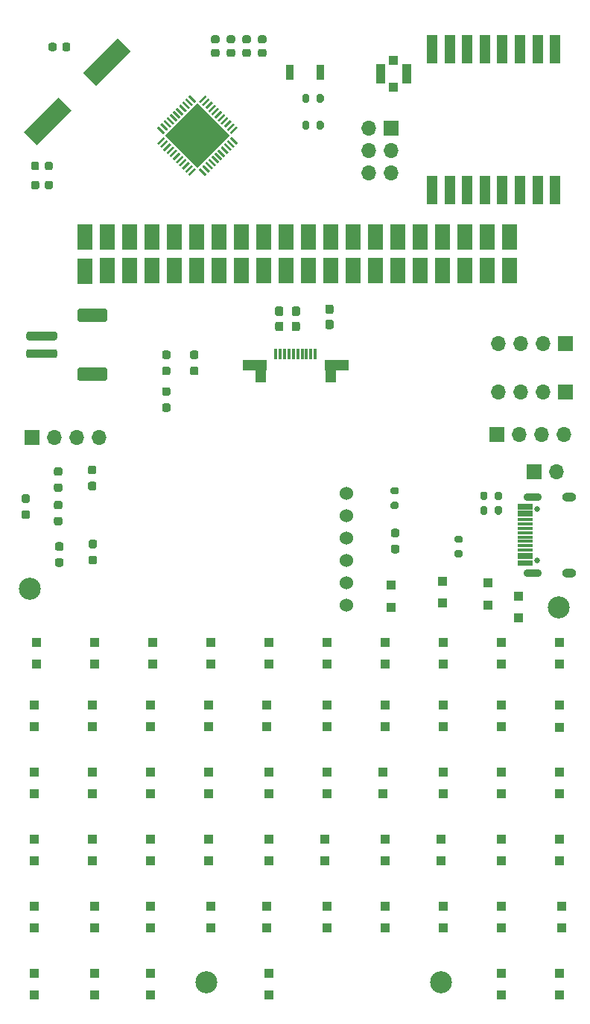
<source format=gbr>
%TF.GenerationSoftware,KiCad,Pcbnew,(5.1.12)-1*%
%TF.CreationDate,2022-02-12T22:16:26+01:00*%
%TF.ProjectId,MemoryBrakout,4d656d6f-7279-4427-9261-6b6f75742e6b,rev?*%
%TF.SameCoordinates,Original*%
%TF.FileFunction,Soldermask,Bot*%
%TF.FilePolarity,Negative*%
%FSLAX46Y46*%
G04 Gerber Fmt 4.6, Leading zero omitted, Abs format (unit mm)*
G04 Created by KiCad (PCBNEW (5.1.12)-1) date 2022-02-12 22:16:26*
%MOMM*%
%LPD*%
G01*
G04 APERTURE LIST*
%ADD10C,2.500000*%
%ADD11R,1.700000X3.000000*%
%ADD12O,1.700000X1.700000*%
%ADD13R,1.700000X1.700000*%
%ADD14R,0.300000X1.300000*%
%ADD15R,2.700000X1.300000*%
%ADD16R,1.300000X2.200000*%
%ADD17R,1.000000X1.000000*%
%ADD18O,1.600000X1.000000*%
%ADD19O,2.100000X0.900000*%
%ADD20C,0.650000*%
%ADD21R,1.750000X0.300000*%
%ADD22R,0.900000X1.700000*%
%ADD23R,1.050000X2.200000*%
%ADD24R,1.200000X3.200000*%
%ADD25C,1.524000*%
%ADD26C,0.100000*%
G04 APERTURE END LIST*
D10*
%TO.C,H2*%
X211455000Y-114935000D03*
%TD*%
%TO.C,C101*%
G36*
G01*
X185657500Y-83315000D02*
X185182500Y-83315000D01*
G75*
G02*
X184945000Y-83077500I0J237500D01*
G01*
X184945000Y-82477500D01*
G75*
G02*
X185182500Y-82240000I237500J0D01*
G01*
X185657500Y-82240000D01*
G75*
G02*
X185895000Y-82477500I0J-237500D01*
G01*
X185895000Y-83077500D01*
G75*
G02*
X185657500Y-83315000I-237500J0D01*
G01*
G37*
G36*
G01*
X185657500Y-81590000D02*
X185182500Y-81590000D01*
G75*
G02*
X184945000Y-81352500I0J237500D01*
G01*
X184945000Y-80752500D01*
G75*
G02*
X185182500Y-80515000I237500J0D01*
G01*
X185657500Y-80515000D01*
G75*
G02*
X185895000Y-80752500I0J-237500D01*
G01*
X185895000Y-81352500D01*
G75*
G02*
X185657500Y-81590000I-237500J0D01*
G01*
G37*
%TD*%
%TO.C,C102*%
G36*
G01*
X181847500Y-81817500D02*
X181372500Y-81817500D01*
G75*
G02*
X181135000Y-81580000I0J237500D01*
G01*
X181135000Y-80980000D01*
G75*
G02*
X181372500Y-80742500I237500J0D01*
G01*
X181847500Y-80742500D01*
G75*
G02*
X182085000Y-80980000I0J-237500D01*
G01*
X182085000Y-81580000D01*
G75*
G02*
X181847500Y-81817500I-237500J0D01*
G01*
G37*
G36*
G01*
X181847500Y-83542500D02*
X181372500Y-83542500D01*
G75*
G02*
X181135000Y-83305000I0J237500D01*
G01*
X181135000Y-82705000D01*
G75*
G02*
X181372500Y-82467500I237500J0D01*
G01*
X181847500Y-82467500D01*
G75*
G02*
X182085000Y-82705000I0J-237500D01*
G01*
X182085000Y-83305000D01*
G75*
G02*
X181847500Y-83542500I-237500J0D01*
G01*
G37*
%TD*%
%TO.C,C103*%
G36*
G01*
X179942500Y-83542500D02*
X179467500Y-83542500D01*
G75*
G02*
X179230000Y-83305000I0J237500D01*
G01*
X179230000Y-82705000D01*
G75*
G02*
X179467500Y-82467500I237500J0D01*
G01*
X179942500Y-82467500D01*
G75*
G02*
X180180000Y-82705000I0J-237500D01*
G01*
X180180000Y-83305000D01*
G75*
G02*
X179942500Y-83542500I-237500J0D01*
G01*
G37*
G36*
G01*
X179942500Y-81817500D02*
X179467500Y-81817500D01*
G75*
G02*
X179230000Y-81580000I0J237500D01*
G01*
X179230000Y-80980000D01*
G75*
G02*
X179467500Y-80742500I237500J0D01*
G01*
X179942500Y-80742500D01*
G75*
G02*
X180180000Y-80980000I0J-237500D01*
G01*
X180180000Y-81580000D01*
G75*
G02*
X179942500Y-81817500I-237500J0D01*
G01*
G37*
%TD*%
D11*
%TO.C,J1*%
X205885000Y-76685000D03*
X205885000Y-72811500D03*
X203345000Y-76685000D03*
X203345000Y-72811500D03*
X200805000Y-76685000D03*
X200805000Y-72811500D03*
X198265000Y-76685000D03*
X198265000Y-72811500D03*
X195725000Y-76685000D03*
X195725000Y-72811500D03*
X193185000Y-76685000D03*
X193185000Y-72811500D03*
X190645000Y-76685000D03*
X190645000Y-72811500D03*
X188105000Y-76685000D03*
X188105000Y-72811500D03*
X185565000Y-76685000D03*
X185565000Y-72811500D03*
X183025000Y-76685000D03*
X183025000Y-72875000D03*
X180485000Y-76685000D03*
X180467000Y-72834500D03*
X177945000Y-76685000D03*
X177927000Y-72834500D03*
X175405000Y-76685000D03*
X175387000Y-72834500D03*
X172865000Y-76685000D03*
X172847000Y-72834500D03*
X170325000Y-76685000D03*
X170307000Y-72834500D03*
X167785000Y-76685000D03*
X167767000Y-72834500D03*
X165245000Y-76685000D03*
X165227000Y-72834500D03*
X162705000Y-76685000D03*
X162750500Y-72834500D03*
X160165000Y-76685000D03*
X160147000Y-72834500D03*
X157607000Y-76708000D03*
X157607000Y-72834500D03*
%TD*%
D12*
%TO.C,J104*%
X159258000Y-95631000D03*
X156718000Y-95631000D03*
X154178000Y-95631000D03*
D13*
X151638000Y-95631000D03*
%TD*%
%TO.C,J105*%
X204470000Y-95250000D03*
D12*
X207010000Y-95250000D03*
X209550000Y-95250000D03*
X212090000Y-95250000D03*
%TD*%
%TO.C,R101*%
G36*
G01*
X170290500Y-86720500D02*
X169815500Y-86720500D01*
G75*
G02*
X169578000Y-86483000I0J237500D01*
G01*
X169578000Y-85983000D01*
G75*
G02*
X169815500Y-85745500I237500J0D01*
G01*
X170290500Y-85745500D01*
G75*
G02*
X170528000Y-85983000I0J-237500D01*
G01*
X170528000Y-86483000D01*
G75*
G02*
X170290500Y-86720500I-237500J0D01*
G01*
G37*
G36*
G01*
X170290500Y-88545500D02*
X169815500Y-88545500D01*
G75*
G02*
X169578000Y-88308000I0J237500D01*
G01*
X169578000Y-87808000D01*
G75*
G02*
X169815500Y-87570500I237500J0D01*
G01*
X170290500Y-87570500D01*
G75*
G02*
X170528000Y-87808000I0J-237500D01*
G01*
X170528000Y-88308000D01*
G75*
G02*
X170290500Y-88545500I-237500J0D01*
G01*
G37*
%TD*%
%TO.C,R103*%
G36*
G01*
X193125500Y-108789000D02*
X192650500Y-108789000D01*
G75*
G02*
X192413000Y-108551500I0J237500D01*
G01*
X192413000Y-108051500D01*
G75*
G02*
X192650500Y-107814000I237500J0D01*
G01*
X193125500Y-107814000D01*
G75*
G02*
X193363000Y-108051500I0J-237500D01*
G01*
X193363000Y-108551500D01*
G75*
G02*
X193125500Y-108789000I-237500J0D01*
G01*
G37*
G36*
G01*
X193125500Y-106964000D02*
X192650500Y-106964000D01*
G75*
G02*
X192413000Y-106726500I0J237500D01*
G01*
X192413000Y-106226500D01*
G75*
G02*
X192650500Y-105989000I237500J0D01*
G01*
X193125500Y-105989000D01*
G75*
G02*
X193363000Y-106226500I0J-237500D01*
G01*
X193363000Y-106726500D01*
G75*
G02*
X193125500Y-106964000I-237500J0D01*
G01*
G37*
%TD*%
%TO.C,R105*%
G36*
G01*
X151138500Y-104877000D02*
X150663500Y-104877000D01*
G75*
G02*
X150426000Y-104639500I0J237500D01*
G01*
X150426000Y-104139500D01*
G75*
G02*
X150663500Y-103902000I237500J0D01*
G01*
X151138500Y-103902000D01*
G75*
G02*
X151376000Y-104139500I0J-237500D01*
G01*
X151376000Y-104639500D01*
G75*
G02*
X151138500Y-104877000I-237500J0D01*
G01*
G37*
G36*
G01*
X151138500Y-103052000D02*
X150663500Y-103052000D01*
G75*
G02*
X150426000Y-102814500I0J237500D01*
G01*
X150426000Y-102314500D01*
G75*
G02*
X150663500Y-102077000I237500J0D01*
G01*
X151138500Y-102077000D01*
G75*
G02*
X151376000Y-102314500I0J-237500D01*
G01*
X151376000Y-102814500D01*
G75*
G02*
X151138500Y-103052000I-237500J0D01*
G01*
G37*
%TD*%
%TO.C,R106*%
G36*
G01*
X167115500Y-90888000D02*
X166640500Y-90888000D01*
G75*
G02*
X166403000Y-90650500I0J237500D01*
G01*
X166403000Y-90150500D01*
G75*
G02*
X166640500Y-89913000I237500J0D01*
G01*
X167115500Y-89913000D01*
G75*
G02*
X167353000Y-90150500I0J-237500D01*
G01*
X167353000Y-90650500D01*
G75*
G02*
X167115500Y-90888000I-237500J0D01*
G01*
G37*
G36*
G01*
X167115500Y-92713000D02*
X166640500Y-92713000D01*
G75*
G02*
X166403000Y-92475500I0J237500D01*
G01*
X166403000Y-91975500D01*
G75*
G02*
X166640500Y-91738000I237500J0D01*
G01*
X167115500Y-91738000D01*
G75*
G02*
X167353000Y-91975500I0J-237500D01*
G01*
X167353000Y-92475500D01*
G75*
G02*
X167115500Y-92713000I-237500J0D01*
G01*
G37*
%TD*%
%TO.C,R107*%
G36*
G01*
X167115500Y-88545500D02*
X166640500Y-88545500D01*
G75*
G02*
X166403000Y-88308000I0J237500D01*
G01*
X166403000Y-87808000D01*
G75*
G02*
X166640500Y-87570500I237500J0D01*
G01*
X167115500Y-87570500D01*
G75*
G02*
X167353000Y-87808000I0J-237500D01*
G01*
X167353000Y-88308000D01*
G75*
G02*
X167115500Y-88545500I-237500J0D01*
G01*
G37*
G36*
G01*
X167115500Y-86720500D02*
X166640500Y-86720500D01*
G75*
G02*
X166403000Y-86483000I0J237500D01*
G01*
X166403000Y-85983000D01*
G75*
G02*
X166640500Y-85745500I237500J0D01*
G01*
X167115500Y-85745500D01*
G75*
G02*
X167353000Y-85983000I0J-237500D01*
G01*
X167353000Y-86483000D01*
G75*
G02*
X167115500Y-86720500I-237500J0D01*
G01*
G37*
%TD*%
%TO.C,R108*%
G36*
G01*
X154948500Y-110315000D02*
X154473500Y-110315000D01*
G75*
G02*
X154236000Y-110077500I0J237500D01*
G01*
X154236000Y-109577500D01*
G75*
G02*
X154473500Y-109340000I237500J0D01*
G01*
X154948500Y-109340000D01*
G75*
G02*
X155186000Y-109577500I0J-237500D01*
G01*
X155186000Y-110077500D01*
G75*
G02*
X154948500Y-110315000I-237500J0D01*
G01*
G37*
G36*
G01*
X154948500Y-108490000D02*
X154473500Y-108490000D01*
G75*
G02*
X154236000Y-108252500I0J237500D01*
G01*
X154236000Y-107752500D01*
G75*
G02*
X154473500Y-107515000I237500J0D01*
G01*
X154948500Y-107515000D01*
G75*
G02*
X155186000Y-107752500I0J-237500D01*
G01*
X155186000Y-108252500D01*
G75*
G02*
X154948500Y-108490000I-237500J0D01*
G01*
G37*
%TD*%
%TO.C,R109*%
G36*
G01*
X158758500Y-108212000D02*
X158283500Y-108212000D01*
G75*
G02*
X158046000Y-107974500I0J237500D01*
G01*
X158046000Y-107474500D01*
G75*
G02*
X158283500Y-107237000I237500J0D01*
G01*
X158758500Y-107237000D01*
G75*
G02*
X158996000Y-107474500I0J-237500D01*
G01*
X158996000Y-107974500D01*
G75*
G02*
X158758500Y-108212000I-237500J0D01*
G01*
G37*
G36*
G01*
X158758500Y-110037000D02*
X158283500Y-110037000D01*
G75*
G02*
X158046000Y-109799500I0J237500D01*
G01*
X158046000Y-109299500D01*
G75*
G02*
X158283500Y-109062000I237500J0D01*
G01*
X158758500Y-109062000D01*
G75*
G02*
X158996000Y-109299500I0J-237500D01*
G01*
X158996000Y-109799500D01*
G75*
G02*
X158758500Y-110037000I-237500J0D01*
G01*
G37*
%TD*%
%TO.C,R111*%
G36*
G01*
X154821500Y-101806000D02*
X154346500Y-101806000D01*
G75*
G02*
X154109000Y-101568500I0J237500D01*
G01*
X154109000Y-101068500D01*
G75*
G02*
X154346500Y-100831000I237500J0D01*
G01*
X154821500Y-100831000D01*
G75*
G02*
X155059000Y-101068500I0J-237500D01*
G01*
X155059000Y-101568500D01*
G75*
G02*
X154821500Y-101806000I-237500J0D01*
G01*
G37*
G36*
G01*
X154821500Y-99981000D02*
X154346500Y-99981000D01*
G75*
G02*
X154109000Y-99743500I0J237500D01*
G01*
X154109000Y-99243500D01*
G75*
G02*
X154346500Y-99006000I237500J0D01*
G01*
X154821500Y-99006000D01*
G75*
G02*
X155059000Y-99243500I0J-237500D01*
G01*
X155059000Y-99743500D01*
G75*
G02*
X154821500Y-99981000I-237500J0D01*
G01*
G37*
%TD*%
%TO.C,R112*%
G36*
G01*
X154821500Y-103791000D02*
X154346500Y-103791000D01*
G75*
G02*
X154109000Y-103553500I0J237500D01*
G01*
X154109000Y-103053500D01*
G75*
G02*
X154346500Y-102816000I237500J0D01*
G01*
X154821500Y-102816000D01*
G75*
G02*
X155059000Y-103053500I0J-237500D01*
G01*
X155059000Y-103553500D01*
G75*
G02*
X154821500Y-103791000I-237500J0D01*
G01*
G37*
G36*
G01*
X154821500Y-105616000D02*
X154346500Y-105616000D01*
G75*
G02*
X154109000Y-105378500I0J237500D01*
G01*
X154109000Y-104878500D01*
G75*
G02*
X154346500Y-104641000I237500J0D01*
G01*
X154821500Y-104641000D01*
G75*
G02*
X155059000Y-104878500I0J-237500D01*
G01*
X155059000Y-105378500D01*
G75*
G02*
X154821500Y-105616000I-237500J0D01*
G01*
G37*
%TD*%
%TO.C,R113*%
G36*
G01*
X158682500Y-99805000D02*
X158207500Y-99805000D01*
G75*
G02*
X157970000Y-99567500I0J237500D01*
G01*
X157970000Y-99067500D01*
G75*
G02*
X158207500Y-98830000I237500J0D01*
G01*
X158682500Y-98830000D01*
G75*
G02*
X158920000Y-99067500I0J-237500D01*
G01*
X158920000Y-99567500D01*
G75*
G02*
X158682500Y-99805000I-237500J0D01*
G01*
G37*
G36*
G01*
X158682500Y-101630000D02*
X158207500Y-101630000D01*
G75*
G02*
X157970000Y-101392500I0J237500D01*
G01*
X157970000Y-100892500D01*
G75*
G02*
X158207500Y-100655000I237500J0D01*
G01*
X158682500Y-100655000D01*
G75*
G02*
X158920000Y-100892500I0J-237500D01*
G01*
X158920000Y-101392500D01*
G75*
G02*
X158682500Y-101630000I-237500J0D01*
G01*
G37*
%TD*%
D14*
%TO.C,U101*%
X180316300Y-86133800D03*
X183816300Y-86133800D03*
X180816300Y-86133800D03*
X181816300Y-86133800D03*
X179816300Y-86133800D03*
X179316300Y-86133800D03*
X182816300Y-86133800D03*
X183316300Y-86133800D03*
X182316300Y-86133800D03*
X181316300Y-86133800D03*
D15*
X176956200Y-87374200D03*
D16*
X177603900Y-88237800D03*
D15*
X186252600Y-87374200D03*
D16*
X185579500Y-88237800D03*
%TD*%
D10*
%TO.C,H1*%
X151384000Y-112776000D03*
%TD*%
%TO.C,C1*%
G36*
G01*
X154399000Y-51007200D02*
X154399000Y-51507200D01*
G75*
G02*
X154174000Y-51732200I-225000J0D01*
G01*
X153724000Y-51732200D01*
G75*
G02*
X153499000Y-51507200I0J225000D01*
G01*
X153499000Y-51007200D01*
G75*
G02*
X153724000Y-50782200I225000J0D01*
G01*
X154174000Y-50782200D01*
G75*
G02*
X154399000Y-51007200I0J-225000D01*
G01*
G37*
G36*
G01*
X155949000Y-51007200D02*
X155949000Y-51507200D01*
G75*
G02*
X155724000Y-51732200I-225000J0D01*
G01*
X155274000Y-51732200D01*
G75*
G02*
X155049000Y-51507200I0J225000D01*
G01*
X155049000Y-51007200D01*
G75*
G02*
X155274000Y-50782200I225000J0D01*
G01*
X155724000Y-50782200D01*
G75*
G02*
X155949000Y-51007200I0J-225000D01*
G01*
G37*
%TD*%
%TO.C,C2*%
G36*
G01*
X152418000Y-64520000D02*
X152418000Y-65020000D01*
G75*
G02*
X152193000Y-65245000I-225000J0D01*
G01*
X151743000Y-65245000D01*
G75*
G02*
X151518000Y-65020000I0J225000D01*
G01*
X151518000Y-64520000D01*
G75*
G02*
X151743000Y-64295000I225000J0D01*
G01*
X152193000Y-64295000D01*
G75*
G02*
X152418000Y-64520000I0J-225000D01*
G01*
G37*
G36*
G01*
X153968000Y-64520000D02*
X153968000Y-65020000D01*
G75*
G02*
X153743000Y-65245000I-225000J0D01*
G01*
X153293000Y-65245000D01*
G75*
G02*
X153068000Y-65020000I0J225000D01*
G01*
X153068000Y-64520000D01*
G75*
G02*
X153293000Y-64295000I225000J0D01*
G01*
X153743000Y-64295000D01*
G75*
G02*
X153968000Y-64520000I0J-225000D01*
G01*
G37*
%TD*%
%TO.C,C3*%
G36*
G01*
X174469000Y-50830600D02*
X173969000Y-50830600D01*
G75*
G02*
X173744000Y-50605600I0J225000D01*
G01*
X173744000Y-50155600D01*
G75*
G02*
X173969000Y-49930600I225000J0D01*
G01*
X174469000Y-49930600D01*
G75*
G02*
X174694000Y-50155600I0J-225000D01*
G01*
X174694000Y-50605600D01*
G75*
G02*
X174469000Y-50830600I-225000J0D01*
G01*
G37*
G36*
G01*
X174469000Y-52380600D02*
X173969000Y-52380600D01*
G75*
G02*
X173744000Y-52155600I0J225000D01*
G01*
X173744000Y-51705600D01*
G75*
G02*
X173969000Y-51480600I225000J0D01*
G01*
X174469000Y-51480600D01*
G75*
G02*
X174694000Y-51705600I0J-225000D01*
G01*
X174694000Y-52155600D01*
G75*
G02*
X174469000Y-52380600I-225000J0D01*
G01*
G37*
%TD*%
%TO.C,C4*%
G36*
G01*
X178025000Y-52393600D02*
X177525000Y-52393600D01*
G75*
G02*
X177300000Y-52168600I0J225000D01*
G01*
X177300000Y-51718600D01*
G75*
G02*
X177525000Y-51493600I225000J0D01*
G01*
X178025000Y-51493600D01*
G75*
G02*
X178250000Y-51718600I0J-225000D01*
G01*
X178250000Y-52168600D01*
G75*
G02*
X178025000Y-52393600I-225000J0D01*
G01*
G37*
G36*
G01*
X178025000Y-50843600D02*
X177525000Y-50843600D01*
G75*
G02*
X177300000Y-50618600I0J225000D01*
G01*
X177300000Y-50168600D01*
G75*
G02*
X177525000Y-49943600I225000J0D01*
G01*
X178025000Y-49943600D01*
G75*
G02*
X178250000Y-50168600I0J-225000D01*
G01*
X178250000Y-50618600D01*
G75*
G02*
X178025000Y-50843600I-225000J0D01*
G01*
G37*
%TD*%
%TO.C,C5*%
G36*
G01*
X151531000Y-67204400D02*
X151531000Y-66704400D01*
G75*
G02*
X151756000Y-66479400I225000J0D01*
G01*
X152206000Y-66479400D01*
G75*
G02*
X152431000Y-66704400I0J-225000D01*
G01*
X152431000Y-67204400D01*
G75*
G02*
X152206000Y-67429400I-225000J0D01*
G01*
X151756000Y-67429400D01*
G75*
G02*
X151531000Y-67204400I0J225000D01*
G01*
G37*
G36*
G01*
X153081000Y-67204400D02*
X153081000Y-66704400D01*
G75*
G02*
X153306000Y-66479400I225000J0D01*
G01*
X153756000Y-66479400D01*
G75*
G02*
X153981000Y-66704400I0J-225000D01*
G01*
X153981000Y-67204400D01*
G75*
G02*
X153756000Y-67429400I-225000J0D01*
G01*
X153306000Y-67429400D01*
G75*
G02*
X153081000Y-67204400I0J225000D01*
G01*
G37*
%TD*%
%TO.C,C6*%
G36*
G01*
X172691000Y-52393600D02*
X172191000Y-52393600D01*
G75*
G02*
X171966000Y-52168600I0J225000D01*
G01*
X171966000Y-51718600D01*
G75*
G02*
X172191000Y-51493600I225000J0D01*
G01*
X172691000Y-51493600D01*
G75*
G02*
X172916000Y-51718600I0J-225000D01*
G01*
X172916000Y-52168600D01*
G75*
G02*
X172691000Y-52393600I-225000J0D01*
G01*
G37*
G36*
G01*
X172691000Y-50843600D02*
X172191000Y-50843600D01*
G75*
G02*
X171966000Y-50618600I0J225000D01*
G01*
X171966000Y-50168600D01*
G75*
G02*
X172191000Y-49943600I225000J0D01*
G01*
X172691000Y-49943600D01*
G75*
G02*
X172916000Y-50168600I0J-225000D01*
G01*
X172916000Y-50618600D01*
G75*
G02*
X172691000Y-50843600I-225000J0D01*
G01*
G37*
%TD*%
%TO.C,C7*%
G36*
G01*
X176247000Y-52393600D02*
X175747000Y-52393600D01*
G75*
G02*
X175522000Y-52168600I0J225000D01*
G01*
X175522000Y-51718600D01*
G75*
G02*
X175747000Y-51493600I225000J0D01*
G01*
X176247000Y-51493600D01*
G75*
G02*
X176472000Y-51718600I0J-225000D01*
G01*
X176472000Y-52168600D01*
G75*
G02*
X176247000Y-52393600I-225000J0D01*
G01*
G37*
G36*
G01*
X176247000Y-50843600D02*
X175747000Y-50843600D01*
G75*
G02*
X175522000Y-50618600I0J225000D01*
G01*
X175522000Y-50168600D01*
G75*
G02*
X175747000Y-49943600I225000J0D01*
G01*
X176247000Y-49943600D01*
G75*
G02*
X176472000Y-50168600I0J-225000D01*
G01*
X176472000Y-50618600D01*
G75*
G02*
X176247000Y-50843600I-225000J0D01*
G01*
G37*
%TD*%
D17*
%TO.C,D1*%
X151892000Y-126004000D03*
X151892000Y-128504000D03*
%TD*%
%TO.C,D2*%
X158496000Y-126004000D03*
X158496000Y-128504000D03*
%TD*%
%TO.C,D3*%
X165100000Y-128504000D03*
X165100000Y-126004000D03*
%TD*%
%TO.C,D4*%
X171704000Y-126004000D03*
X171704000Y-128504000D03*
%TD*%
%TO.C,D5*%
X178308000Y-128504000D03*
X178308000Y-126004000D03*
%TD*%
%TO.C,D6*%
X185166000Y-126004000D03*
X185166000Y-128504000D03*
%TD*%
%TO.C,D7*%
X191770000Y-128504000D03*
X191770000Y-126004000D03*
%TD*%
%TO.C,D8*%
X198374000Y-126004000D03*
X198374000Y-128504000D03*
%TD*%
%TO.C,D9*%
X204978000Y-128504000D03*
X204978000Y-126004000D03*
%TD*%
%TO.C,D10*%
X211582000Y-126024000D03*
X211582000Y-128524000D03*
%TD*%
%TO.C,D11*%
X206908000Y-116129000D03*
X206908000Y-113629000D03*
%TD*%
%TO.C,D12*%
X203454000Y-114641000D03*
X203454000Y-112141000D03*
%TD*%
%TO.C,D13*%
X151892000Y-133624000D03*
X151892000Y-136124000D03*
%TD*%
%TO.C,D14*%
X158496000Y-136124000D03*
X158496000Y-133624000D03*
%TD*%
%TO.C,D15*%
X165100000Y-133624000D03*
X165100000Y-136124000D03*
%TD*%
%TO.C,D16*%
X171704000Y-136124000D03*
X171704000Y-133624000D03*
%TD*%
%TO.C,D17*%
X178562000Y-133624000D03*
X178562000Y-136124000D03*
%TD*%
%TO.C,D18*%
X185166000Y-136124000D03*
X185166000Y-133624000D03*
%TD*%
%TO.C,D19*%
X191516000Y-133624000D03*
X191516000Y-136124000D03*
%TD*%
%TO.C,D20*%
X198374000Y-133624000D03*
X198374000Y-136124000D03*
%TD*%
%TO.C,D21*%
X204978000Y-136124000D03*
X204978000Y-133624000D03*
%TD*%
%TO.C,D22*%
X211582000Y-136124000D03*
X211582000Y-133624000D03*
%TD*%
%TO.C,D23*%
X198247000Y-114427000D03*
X198247000Y-111927000D03*
%TD*%
%TO.C,D24*%
X192405000Y-112395000D03*
X192405000Y-114895000D03*
%TD*%
%TO.C,D25*%
X151892000Y-143744000D03*
X151892000Y-141244000D03*
%TD*%
%TO.C,D26*%
X158496000Y-141244000D03*
X158496000Y-143744000D03*
%TD*%
%TO.C,D27*%
X165100000Y-143744000D03*
X165100000Y-141244000D03*
%TD*%
%TO.C,D28*%
X171704000Y-141244000D03*
X171704000Y-143744000D03*
%TD*%
%TO.C,D29*%
X178562000Y-143744000D03*
X178562000Y-141244000D03*
%TD*%
%TO.C,D30*%
X184912000Y-141244000D03*
X184912000Y-143744000D03*
%TD*%
%TO.C,D31*%
X191770000Y-143744000D03*
X191770000Y-141244000D03*
%TD*%
%TO.C,D32*%
X198120000Y-141244000D03*
X198120000Y-143744000D03*
%TD*%
%TO.C,D33*%
X204978000Y-143744000D03*
X204978000Y-141244000D03*
%TD*%
%TO.C,D34*%
X211582000Y-141244000D03*
X211582000Y-143744000D03*
%TD*%
%TO.C,D35*%
X185166000Y-121392000D03*
X185166000Y-118892000D03*
%TD*%
%TO.C,D36*%
X191770000Y-118892000D03*
X191770000Y-121392000D03*
%TD*%
%TO.C,D37*%
X151892000Y-151364000D03*
X151892000Y-148864000D03*
%TD*%
%TO.C,D38*%
X158750000Y-148864000D03*
X158750000Y-151364000D03*
%TD*%
%TO.C,D39*%
X165100000Y-151364000D03*
X165100000Y-148864000D03*
%TD*%
%TO.C,D40*%
X171958000Y-148864000D03*
X171958000Y-151364000D03*
%TD*%
%TO.C,D41*%
X178308000Y-151364000D03*
X178308000Y-148864000D03*
%TD*%
%TO.C,D42*%
X185166000Y-148864000D03*
X185166000Y-151364000D03*
%TD*%
%TO.C,D43*%
X191770000Y-151364000D03*
X191770000Y-148864000D03*
%TD*%
%TO.C,D44*%
X198374000Y-148864000D03*
X198374000Y-151364000D03*
%TD*%
%TO.C,D45*%
X204978000Y-148864000D03*
X204978000Y-151364000D03*
%TD*%
%TO.C,D46*%
X211836000Y-151364000D03*
X211836000Y-148864000D03*
%TD*%
%TO.C,D47*%
X198374000Y-118892000D03*
X198374000Y-121392000D03*
%TD*%
%TO.C,D48*%
X204978000Y-121392000D03*
X204978000Y-118892000D03*
%TD*%
%TO.C,D49*%
X151892000Y-156484000D03*
X151892000Y-158984000D03*
%TD*%
%TO.C,D50*%
X158750000Y-158984000D03*
X158750000Y-156484000D03*
%TD*%
%TO.C,D51*%
X165100000Y-156484000D03*
X165100000Y-158984000D03*
%TD*%
%TO.C,D52*%
X178562000Y-158984000D03*
X178562000Y-156484000D03*
%TD*%
%TO.C,D55*%
X204978000Y-156484000D03*
X204978000Y-158984000D03*
%TD*%
%TO.C,D56*%
X211582000Y-158984000D03*
X211582000Y-156484000D03*
%TD*%
%TO.C,D57*%
X211582000Y-118892000D03*
X211582000Y-121392000D03*
%TD*%
%TO.C,D58*%
X152146000Y-121392000D03*
X152146000Y-118892000D03*
%TD*%
%TO.C,D59*%
X158750000Y-121392000D03*
X158750000Y-118892000D03*
%TD*%
%TO.C,D60*%
X165354000Y-118892000D03*
X165354000Y-121392000D03*
%TD*%
%TO.C,D61*%
X171958000Y-121392000D03*
X171958000Y-118892000D03*
%TD*%
%TO.C,D62*%
X178562000Y-118892000D03*
X178562000Y-121392000D03*
%TD*%
D13*
%TO.C,J3*%
X192430000Y-60452000D03*
D12*
X189890000Y-60452000D03*
X192430000Y-62992000D03*
X189890000Y-62992000D03*
X192430000Y-65532000D03*
X189890000Y-65532000D03*
%TD*%
D18*
%TO.C,J4*%
X212690000Y-102360000D03*
X212690000Y-111000000D03*
D19*
X208510000Y-102360000D03*
X208510000Y-111000000D03*
D20*
X209010000Y-103790000D03*
X209010000Y-109570000D03*
D21*
X207670000Y-106930000D03*
X207670000Y-107430000D03*
X207670000Y-107930000D03*
X207670000Y-108430000D03*
X207670000Y-105930000D03*
X207670000Y-104930000D03*
X207670000Y-105430000D03*
X207670000Y-106430000D03*
X207670000Y-103330000D03*
X207670000Y-103630000D03*
X207670000Y-104130000D03*
X207670000Y-104430000D03*
X207670000Y-109230000D03*
X207670000Y-108930000D03*
X207670000Y-109730000D03*
X207670000Y-110030000D03*
%TD*%
%TO.C,R1*%
G36*
G01*
X182328000Y-57374200D02*
X182328000Y-56824200D01*
G75*
G02*
X182528000Y-56624200I200000J0D01*
G01*
X182928000Y-56624200D01*
G75*
G02*
X183128000Y-56824200I0J-200000D01*
G01*
X183128000Y-57374200D01*
G75*
G02*
X182928000Y-57574200I-200000J0D01*
G01*
X182528000Y-57574200D01*
G75*
G02*
X182328000Y-57374200I0J200000D01*
G01*
G37*
G36*
G01*
X183978000Y-57374200D02*
X183978000Y-56824200D01*
G75*
G02*
X184178000Y-56624200I200000J0D01*
G01*
X184578000Y-56624200D01*
G75*
G02*
X184778000Y-56824200I0J-200000D01*
G01*
X184778000Y-57374200D01*
G75*
G02*
X184578000Y-57574200I-200000J0D01*
G01*
X184178000Y-57574200D01*
G75*
G02*
X183978000Y-57374200I0J200000D01*
G01*
G37*
%TD*%
%TO.C,R2*%
G36*
G01*
X183128000Y-59872200D02*
X183128000Y-60422200D01*
G75*
G02*
X182928000Y-60622200I-200000J0D01*
G01*
X182528000Y-60622200D01*
G75*
G02*
X182328000Y-60422200I0J200000D01*
G01*
X182328000Y-59872200D01*
G75*
G02*
X182528000Y-59672200I200000J0D01*
G01*
X182928000Y-59672200D01*
G75*
G02*
X183128000Y-59872200I0J-200000D01*
G01*
G37*
G36*
G01*
X184778000Y-59872200D02*
X184778000Y-60422200D01*
G75*
G02*
X184578000Y-60622200I-200000J0D01*
G01*
X184178000Y-60622200D01*
G75*
G02*
X183978000Y-60422200I0J200000D01*
G01*
X183978000Y-59872200D01*
G75*
G02*
X184178000Y-59672200I200000J0D01*
G01*
X184578000Y-59672200D01*
G75*
G02*
X184778000Y-59872200I0J-200000D01*
G01*
G37*
%TD*%
%TO.C,R3*%
G36*
G01*
X202572000Y-102535000D02*
X202572000Y-101985000D01*
G75*
G02*
X202772000Y-101785000I200000J0D01*
G01*
X203172000Y-101785000D01*
G75*
G02*
X203372000Y-101985000I0J-200000D01*
G01*
X203372000Y-102535000D01*
G75*
G02*
X203172000Y-102735000I-200000J0D01*
G01*
X202772000Y-102735000D01*
G75*
G02*
X202572000Y-102535000I0J200000D01*
G01*
G37*
G36*
G01*
X204222000Y-102535000D02*
X204222000Y-101985000D01*
G75*
G02*
X204422000Y-101785000I200000J0D01*
G01*
X204822000Y-101785000D01*
G75*
G02*
X205022000Y-101985000I0J-200000D01*
G01*
X205022000Y-102535000D01*
G75*
G02*
X204822000Y-102735000I-200000J0D01*
G01*
X204422000Y-102735000D01*
G75*
G02*
X204222000Y-102535000I0J200000D01*
G01*
G37*
%TD*%
%TO.C,R4*%
G36*
G01*
X203371000Y-103636000D02*
X203371000Y-104186000D01*
G75*
G02*
X203171000Y-104386000I-200000J0D01*
G01*
X202771000Y-104386000D01*
G75*
G02*
X202571000Y-104186000I0J200000D01*
G01*
X202571000Y-103636000D01*
G75*
G02*
X202771000Y-103436000I200000J0D01*
G01*
X203171000Y-103436000D01*
G75*
G02*
X203371000Y-103636000I0J-200000D01*
G01*
G37*
G36*
G01*
X205021000Y-103636000D02*
X205021000Y-104186000D01*
G75*
G02*
X204821000Y-104386000I-200000J0D01*
G01*
X204421000Y-104386000D01*
G75*
G02*
X204221000Y-104186000I0J200000D01*
G01*
X204221000Y-103636000D01*
G75*
G02*
X204421000Y-103436000I200000J0D01*
G01*
X204821000Y-103436000D01*
G75*
G02*
X205021000Y-103636000I0J-200000D01*
G01*
G37*
%TD*%
%TO.C,R65*%
G36*
G01*
X199826000Y-106788000D02*
X200376000Y-106788000D01*
G75*
G02*
X200576000Y-106988000I0J-200000D01*
G01*
X200576000Y-107388000D01*
G75*
G02*
X200376000Y-107588000I-200000J0D01*
G01*
X199826000Y-107588000D01*
G75*
G02*
X199626000Y-107388000I0J200000D01*
G01*
X199626000Y-106988000D01*
G75*
G02*
X199826000Y-106788000I200000J0D01*
G01*
G37*
G36*
G01*
X199826000Y-108438000D02*
X200376000Y-108438000D01*
G75*
G02*
X200576000Y-108638000I0J-200000D01*
G01*
X200576000Y-109038000D01*
G75*
G02*
X200376000Y-109238000I-200000J0D01*
G01*
X199826000Y-109238000D01*
G75*
G02*
X199626000Y-109038000I0J200000D01*
G01*
X199626000Y-108638000D01*
G75*
G02*
X199826000Y-108438000I200000J0D01*
G01*
G37*
%TD*%
%TO.C,R66*%
G36*
G01*
X193112000Y-102089000D02*
X192562000Y-102089000D01*
G75*
G02*
X192362000Y-101889000I0J200000D01*
G01*
X192362000Y-101489000D01*
G75*
G02*
X192562000Y-101289000I200000J0D01*
G01*
X193112000Y-101289000D01*
G75*
G02*
X193312000Y-101489000I0J-200000D01*
G01*
X193312000Y-101889000D01*
G75*
G02*
X193112000Y-102089000I-200000J0D01*
G01*
G37*
G36*
G01*
X193112000Y-103739000D02*
X192562000Y-103739000D01*
G75*
G02*
X192362000Y-103539000I0J200000D01*
G01*
X192362000Y-103139000D01*
G75*
G02*
X192562000Y-102939000I200000J0D01*
G01*
X193112000Y-102939000D01*
G75*
G02*
X193312000Y-103139000I0J-200000D01*
G01*
X193312000Y-103539000D01*
G75*
G02*
X193112000Y-103739000I-200000J0D01*
G01*
G37*
%TD*%
D22*
%TO.C,SW61*%
X184353000Y-54102000D03*
X180953000Y-54102000D03*
%TD*%
D13*
%TO.C,J2*%
X212217000Y-90424000D03*
D12*
X209677000Y-90424000D03*
X207137000Y-90424000D03*
X204597000Y-90424000D03*
%TD*%
%TO.C,J5*%
G36*
G01*
X151225000Y-83590000D02*
X154225000Y-83590000D01*
G75*
G02*
X154475000Y-83840000I0J-250000D01*
G01*
X154475000Y-84340000D01*
G75*
G02*
X154225000Y-84590000I-250000J0D01*
G01*
X151225000Y-84590000D01*
G75*
G02*
X150975000Y-84340000I0J250000D01*
G01*
X150975000Y-83840000D01*
G75*
G02*
X151225000Y-83590000I250000J0D01*
G01*
G37*
G36*
G01*
X151225000Y-85590000D02*
X154225000Y-85590000D01*
G75*
G02*
X154475000Y-85840000I0J-250000D01*
G01*
X154475000Y-86340000D01*
G75*
G02*
X154225000Y-86590000I-250000J0D01*
G01*
X151225000Y-86590000D01*
G75*
G02*
X150975000Y-86340000I0J250000D01*
G01*
X150975000Y-85840000D01*
G75*
G02*
X151225000Y-85590000I250000J0D01*
G01*
G37*
G36*
G01*
X157025000Y-80990000D02*
X159925000Y-80990000D01*
G75*
G02*
X160175000Y-81240000I0J-250000D01*
G01*
X160175000Y-82240000D01*
G75*
G02*
X159925000Y-82490000I-250000J0D01*
G01*
X157025000Y-82490000D01*
G75*
G02*
X156775000Y-82240000I0J250000D01*
G01*
X156775000Y-81240000D01*
G75*
G02*
X157025000Y-80990000I250000J0D01*
G01*
G37*
G36*
G01*
X157025000Y-87690000D02*
X159925000Y-87690000D01*
G75*
G02*
X160175000Y-87940000I0J-250000D01*
G01*
X160175000Y-88940000D01*
G75*
G02*
X159925000Y-89190000I-250000J0D01*
G01*
X157025000Y-89190000D01*
G75*
G02*
X156775000Y-88940000I0J250000D01*
G01*
X156775000Y-87940000D01*
G75*
G02*
X157025000Y-87690000I250000J0D01*
G01*
G37*
%TD*%
D13*
%TO.C,J6*%
X212217000Y-84963000D03*
D12*
X209677000Y-84963000D03*
X207137000Y-84963000D03*
X204597000Y-84963000D03*
%TD*%
D17*
%TO.C,J7*%
X192722000Y-52792500D03*
X192722000Y-55792500D03*
D23*
X194197000Y-54292500D03*
X191247000Y-54292500D03*
%TD*%
D24*
%TO.C,U2*%
X211078000Y-67488000D03*
X209078000Y-67488000D03*
X207078000Y-67488000D03*
X205078000Y-67488000D03*
X203078000Y-67488000D03*
X201078000Y-67488000D03*
X199078000Y-67488000D03*
X197078000Y-67488000D03*
X197078000Y-51488000D03*
X199078000Y-51488000D03*
X201078000Y-51488000D03*
X203078000Y-51488000D03*
X205078000Y-51488000D03*
X207078000Y-51488000D03*
X209078000Y-51488000D03*
X211078000Y-51488000D03*
%TD*%
D10*
%TO.C,H3*%
X171450000Y-157480000D03*
%TD*%
%TO.C,H4*%
X198120000Y-157480000D03*
%TD*%
D13*
%TO.C,J8*%
X208686000Y-99517200D03*
D12*
X211226000Y-99517200D03*
%TD*%
D25*
%TO.C,U3*%
X187388700Y-114629800D03*
X187388700Y-112089800D03*
X187388700Y-109549800D03*
X187388700Y-107009800D03*
X187388700Y-104469800D03*
X187388700Y-101929800D03*
%TD*%
D26*
%TO.C,U1*%
G36*
X170434000Y-64992555D02*
G01*
X166757045Y-61315600D01*
X170434000Y-57638645D01*
X174110955Y-61315600D01*
X170434000Y-64992555D01*
G37*
G36*
G01*
X174306966Y-61150985D02*
X174134149Y-60978168D01*
G75*
G02*
X174134149Y-60967138I5515J5515D01*
G01*
X174837296Y-60263991D01*
G75*
G02*
X174848326Y-60263991I5515J-5515D01*
G01*
X175021143Y-60436808D01*
G75*
G02*
X175021143Y-60447838I-5515J-5515D01*
G01*
X174317996Y-61150985D01*
G75*
G02*
X174306966Y-61150985I-5515J5515D01*
G01*
G37*
G36*
G01*
X173953412Y-60797432D02*
X173780595Y-60624615D01*
G75*
G02*
X173780595Y-60613585I5515J5515D01*
G01*
X174483742Y-59910438D01*
G75*
G02*
X174494772Y-59910438I5515J-5515D01*
G01*
X174667589Y-60083255D01*
G75*
G02*
X174667589Y-60094285I-5515J-5515D01*
G01*
X173964442Y-60797432D01*
G75*
G02*
X173953412Y-60797432I-5515J5515D01*
G01*
G37*
G36*
G01*
X173599859Y-60443878D02*
X173427042Y-60271061D01*
G75*
G02*
X173427042Y-60260031I5515J5515D01*
G01*
X174130189Y-59556884D01*
G75*
G02*
X174141219Y-59556884I5515J-5515D01*
G01*
X174314036Y-59729701D01*
G75*
G02*
X174314036Y-59740731I-5515J-5515D01*
G01*
X173610889Y-60443878D01*
G75*
G02*
X173599859Y-60443878I-5515J5515D01*
G01*
G37*
G36*
G01*
X173246306Y-60090325D02*
X173073489Y-59917508D01*
G75*
G02*
X173073489Y-59906478I5515J5515D01*
G01*
X173776636Y-59203331D01*
G75*
G02*
X173787666Y-59203331I5515J-5515D01*
G01*
X173960483Y-59376148D01*
G75*
G02*
X173960483Y-59387178I-5515J-5515D01*
G01*
X173257336Y-60090325D01*
G75*
G02*
X173246306Y-60090325I-5515J5515D01*
G01*
G37*
G36*
G01*
X172892752Y-59736772D02*
X172719935Y-59563955D01*
G75*
G02*
X172719935Y-59552925I5515J5515D01*
G01*
X173423082Y-58849778D01*
G75*
G02*
X173434112Y-58849778I5515J-5515D01*
G01*
X173606929Y-59022595D01*
G75*
G02*
X173606929Y-59033625I-5515J-5515D01*
G01*
X172903782Y-59736772D01*
G75*
G02*
X172892752Y-59736772I-5515J5515D01*
G01*
G37*
G36*
G01*
X172539199Y-59383218D02*
X172366382Y-59210401D01*
G75*
G02*
X172366382Y-59199371I5515J5515D01*
G01*
X173069529Y-58496224D01*
G75*
G02*
X173080559Y-58496224I5515J-5515D01*
G01*
X173253376Y-58669041D01*
G75*
G02*
X173253376Y-58680071I-5515J-5515D01*
G01*
X172550229Y-59383218D01*
G75*
G02*
X172539199Y-59383218I-5515J5515D01*
G01*
G37*
G36*
G01*
X172185645Y-59029665D02*
X172012828Y-58856848D01*
G75*
G02*
X172012828Y-58845818I5515J5515D01*
G01*
X172715975Y-58142671D01*
G75*
G02*
X172727005Y-58142671I5515J-5515D01*
G01*
X172899822Y-58315488D01*
G75*
G02*
X172899822Y-58326518I-5515J-5515D01*
G01*
X172196675Y-59029665D01*
G75*
G02*
X172185645Y-59029665I-5515J5515D01*
G01*
G37*
G36*
G01*
X171832092Y-58676111D02*
X171659275Y-58503294D01*
G75*
G02*
X171659275Y-58492264I5515J5515D01*
G01*
X172362422Y-57789117D01*
G75*
G02*
X172373452Y-57789117I5515J-5515D01*
G01*
X172546269Y-57961934D01*
G75*
G02*
X172546269Y-57972964I-5515J-5515D01*
G01*
X171843122Y-58676111D01*
G75*
G02*
X171832092Y-58676111I-5515J5515D01*
G01*
G37*
G36*
G01*
X171478539Y-58322558D02*
X171305722Y-58149741D01*
G75*
G02*
X171305722Y-58138711I5515J5515D01*
G01*
X172008869Y-57435564D01*
G75*
G02*
X172019899Y-57435564I5515J-5515D01*
G01*
X172192716Y-57608381D01*
G75*
G02*
X172192716Y-57619411I-5515J-5515D01*
G01*
X171489569Y-58322558D01*
G75*
G02*
X171478539Y-58322558I-5515J5515D01*
G01*
G37*
G36*
G01*
X171124985Y-57969005D02*
X170952168Y-57796188D01*
G75*
G02*
X170952168Y-57785158I5515J5515D01*
G01*
X171655315Y-57082011D01*
G75*
G02*
X171666345Y-57082011I5515J-5515D01*
G01*
X171839162Y-57254828D01*
G75*
G02*
X171839162Y-57265858I-5515J-5515D01*
G01*
X171136015Y-57969005D01*
G75*
G02*
X171124985Y-57969005I-5515J5515D01*
G01*
G37*
G36*
G01*
X170771432Y-57615451D02*
X170598615Y-57442634D01*
G75*
G02*
X170598615Y-57431604I5515J5515D01*
G01*
X171301762Y-56728457D01*
G75*
G02*
X171312792Y-56728457I5515J-5515D01*
G01*
X171485609Y-56901274D01*
G75*
G02*
X171485609Y-56912304I-5515J-5515D01*
G01*
X170782462Y-57615451D01*
G75*
G02*
X170771432Y-57615451I-5515J5515D01*
G01*
G37*
G36*
G01*
X166019674Y-62367209D02*
X165846857Y-62194392D01*
G75*
G02*
X165846857Y-62183362I5515J5515D01*
G01*
X166550004Y-61480215D01*
G75*
G02*
X166561034Y-61480215I5515J-5515D01*
G01*
X166733851Y-61653032D01*
G75*
G02*
X166733851Y-61664062I-5515J-5515D01*
G01*
X166030704Y-62367209D01*
G75*
G02*
X166019674Y-62367209I-5515J5515D01*
G01*
G37*
G36*
G01*
X166373228Y-62720762D02*
X166200411Y-62547945D01*
G75*
G02*
X166200411Y-62536915I5515J5515D01*
G01*
X166903558Y-61833768D01*
G75*
G02*
X166914588Y-61833768I5515J-5515D01*
G01*
X167087405Y-62006585D01*
G75*
G02*
X167087405Y-62017615I-5515J-5515D01*
G01*
X166384258Y-62720762D01*
G75*
G02*
X166373228Y-62720762I-5515J5515D01*
G01*
G37*
G36*
G01*
X166726781Y-63074316D02*
X166553964Y-62901499D01*
G75*
G02*
X166553964Y-62890469I5515J5515D01*
G01*
X167257111Y-62187322D01*
G75*
G02*
X167268141Y-62187322I5515J-5515D01*
G01*
X167440958Y-62360139D01*
G75*
G02*
X167440958Y-62371169I-5515J-5515D01*
G01*
X166737811Y-63074316D01*
G75*
G02*
X166726781Y-63074316I-5515J5515D01*
G01*
G37*
G36*
G01*
X167080334Y-63427869D02*
X166907517Y-63255052D01*
G75*
G02*
X166907517Y-63244022I5515J5515D01*
G01*
X167610664Y-62540875D01*
G75*
G02*
X167621694Y-62540875I5515J-5515D01*
G01*
X167794511Y-62713692D01*
G75*
G02*
X167794511Y-62724722I-5515J-5515D01*
G01*
X167091364Y-63427869D01*
G75*
G02*
X167080334Y-63427869I-5515J5515D01*
G01*
G37*
G36*
G01*
X167433888Y-63781422D02*
X167261071Y-63608605D01*
G75*
G02*
X167261071Y-63597575I5515J5515D01*
G01*
X167964218Y-62894428D01*
G75*
G02*
X167975248Y-62894428I5515J-5515D01*
G01*
X168148065Y-63067245D01*
G75*
G02*
X168148065Y-63078275I-5515J-5515D01*
G01*
X167444918Y-63781422D01*
G75*
G02*
X167433888Y-63781422I-5515J5515D01*
G01*
G37*
G36*
G01*
X167787441Y-64134976D02*
X167614624Y-63962159D01*
G75*
G02*
X167614624Y-63951129I5515J5515D01*
G01*
X168317771Y-63247982D01*
G75*
G02*
X168328801Y-63247982I5515J-5515D01*
G01*
X168501618Y-63420799D01*
G75*
G02*
X168501618Y-63431829I-5515J-5515D01*
G01*
X167798471Y-64134976D01*
G75*
G02*
X167787441Y-64134976I-5515J5515D01*
G01*
G37*
G36*
G01*
X168140995Y-64488529D02*
X167968178Y-64315712D01*
G75*
G02*
X167968178Y-64304682I5515J5515D01*
G01*
X168671325Y-63601535D01*
G75*
G02*
X168682355Y-63601535I5515J-5515D01*
G01*
X168855172Y-63774352D01*
G75*
G02*
X168855172Y-63785382I-5515J-5515D01*
G01*
X168152025Y-64488529D01*
G75*
G02*
X168140995Y-64488529I-5515J5515D01*
G01*
G37*
G36*
G01*
X168494548Y-64842083D02*
X168321731Y-64669266D01*
G75*
G02*
X168321731Y-64658236I5515J5515D01*
G01*
X169024878Y-63955089D01*
G75*
G02*
X169035908Y-63955089I5515J-5515D01*
G01*
X169208725Y-64127906D01*
G75*
G02*
X169208725Y-64138936I-5515J-5515D01*
G01*
X168505578Y-64842083D01*
G75*
G02*
X168494548Y-64842083I-5515J5515D01*
G01*
G37*
G36*
G01*
X168848101Y-65195636D02*
X168675284Y-65022819D01*
G75*
G02*
X168675284Y-65011789I5515J5515D01*
G01*
X169378431Y-64308642D01*
G75*
G02*
X169389461Y-64308642I5515J-5515D01*
G01*
X169562278Y-64481459D01*
G75*
G02*
X169562278Y-64492489I-5515J-5515D01*
G01*
X168859131Y-65195636D01*
G75*
G02*
X168848101Y-65195636I-5515J5515D01*
G01*
G37*
G36*
G01*
X169201655Y-65549189D02*
X169028838Y-65376372D01*
G75*
G02*
X169028838Y-65365342I5515J5515D01*
G01*
X169731985Y-64662195D01*
G75*
G02*
X169743015Y-64662195I5515J-5515D01*
G01*
X169915832Y-64835012D01*
G75*
G02*
X169915832Y-64846042I-5515J-5515D01*
G01*
X169212685Y-65549189D01*
G75*
G02*
X169201655Y-65549189I-5515J5515D01*
G01*
G37*
G36*
G01*
X169555208Y-65902743D02*
X169382391Y-65729926D01*
G75*
G02*
X169382391Y-65718896I5515J5515D01*
G01*
X170085538Y-65015749D01*
G75*
G02*
X170096568Y-65015749I5515J-5515D01*
G01*
X170269385Y-65188566D01*
G75*
G02*
X170269385Y-65199596I-5515J-5515D01*
G01*
X169566238Y-65902743D01*
G75*
G02*
X169555208Y-65902743I-5515J5515D01*
G01*
G37*
G36*
G01*
X171283377Y-65884358D02*
X170617000Y-65217981D01*
G75*
G02*
X170617000Y-65170181I23900J23900D01*
G01*
X170753047Y-65034134D01*
G75*
G02*
X170800847Y-65034134I23900J-23900D01*
G01*
X171467224Y-65700511D01*
G75*
G02*
X171467224Y-65748311I-23900J-23900D01*
G01*
X171331177Y-65884358D01*
G75*
G02*
X171283377Y-65884358I-23900J23900D01*
G01*
G37*
G36*
G01*
X171636930Y-65530804D02*
X170970553Y-64864427D01*
G75*
G02*
X170970553Y-64816627I23900J23900D01*
G01*
X171106600Y-64680580D01*
G75*
G02*
X171154400Y-64680580I23900J-23900D01*
G01*
X171820777Y-65346957D01*
G75*
G02*
X171820777Y-65394757I-23900J-23900D01*
G01*
X171684730Y-65530804D01*
G75*
G02*
X171636930Y-65530804I-23900J23900D01*
G01*
G37*
G36*
G01*
X171990484Y-65177251D02*
X171324107Y-64510874D01*
G75*
G02*
X171324107Y-64463074I23900J23900D01*
G01*
X171460154Y-64327027D01*
G75*
G02*
X171507954Y-64327027I23900J-23900D01*
G01*
X172174331Y-64993404D01*
G75*
G02*
X172174331Y-65041204I-23900J-23900D01*
G01*
X172038284Y-65177251D01*
G75*
G02*
X171990484Y-65177251I-23900J23900D01*
G01*
G37*
G36*
G01*
X172344037Y-64823698D02*
X171677660Y-64157321D01*
G75*
G02*
X171677660Y-64109521I23900J23900D01*
G01*
X171813707Y-63973474D01*
G75*
G02*
X171861507Y-63973474I23900J-23900D01*
G01*
X172527884Y-64639851D01*
G75*
G02*
X172527884Y-64687651I-23900J-23900D01*
G01*
X172391837Y-64823698D01*
G75*
G02*
X172344037Y-64823698I-23900J23900D01*
G01*
G37*
G36*
G01*
X172697590Y-64470144D02*
X172031213Y-63803767D01*
G75*
G02*
X172031213Y-63755967I23900J23900D01*
G01*
X172167260Y-63619920D01*
G75*
G02*
X172215060Y-63619920I23900J-23900D01*
G01*
X172881437Y-64286297D01*
G75*
G02*
X172881437Y-64334097I-23900J-23900D01*
G01*
X172745390Y-64470144D01*
G75*
G02*
X172697590Y-64470144I-23900J23900D01*
G01*
G37*
G36*
G01*
X173051144Y-64116591D02*
X172384767Y-63450214D01*
G75*
G02*
X172384767Y-63402414I23900J23900D01*
G01*
X172520814Y-63266367D01*
G75*
G02*
X172568614Y-63266367I23900J-23900D01*
G01*
X173234991Y-63932744D01*
G75*
G02*
X173234991Y-63980544I-23900J-23900D01*
G01*
X173098944Y-64116591D01*
G75*
G02*
X173051144Y-64116591I-23900J23900D01*
G01*
G37*
G36*
G01*
X173404697Y-63763037D02*
X172738320Y-63096660D01*
G75*
G02*
X172738320Y-63048860I23900J23900D01*
G01*
X172874367Y-62912813D01*
G75*
G02*
X172922167Y-62912813I23900J-23900D01*
G01*
X173588544Y-63579190D01*
G75*
G02*
X173588544Y-63626990I-23900J-23900D01*
G01*
X173452497Y-63763037D01*
G75*
G02*
X173404697Y-63763037I-23900J23900D01*
G01*
G37*
G36*
G01*
X173758251Y-63409484D02*
X173091874Y-62743107D01*
G75*
G02*
X173091874Y-62695307I23900J23900D01*
G01*
X173227921Y-62559260D01*
G75*
G02*
X173275721Y-62559260I23900J-23900D01*
G01*
X173942098Y-63225637D01*
G75*
G02*
X173942098Y-63273437I-23900J-23900D01*
G01*
X173806051Y-63409484D01*
G75*
G02*
X173758251Y-63409484I-23900J23900D01*
G01*
G37*
G36*
G01*
X174111804Y-63055931D02*
X173445427Y-62389554D01*
G75*
G02*
X173445427Y-62341754I23900J23900D01*
G01*
X173581474Y-62205707D01*
G75*
G02*
X173629274Y-62205707I23900J-23900D01*
G01*
X174295651Y-62872084D01*
G75*
G02*
X174295651Y-62919884I-23900J-23900D01*
G01*
X174159604Y-63055931D01*
G75*
G02*
X174111804Y-63055931I-23900J23900D01*
G01*
G37*
G36*
G01*
X174465357Y-62702377D02*
X173798980Y-62036000D01*
G75*
G02*
X173798980Y-61988200I23900J23900D01*
G01*
X173935027Y-61852153D01*
G75*
G02*
X173982827Y-61852153I23900J-23900D01*
G01*
X174649204Y-62518530D01*
G75*
G02*
X174649204Y-62566330I-23900J-23900D01*
G01*
X174513157Y-62702377D01*
G75*
G02*
X174465357Y-62702377I-23900J23900D01*
G01*
G37*
G36*
G01*
X174818911Y-62348824D02*
X174152534Y-61682447D01*
G75*
G02*
X174152534Y-61634647I23900J23900D01*
G01*
X174288581Y-61498600D01*
G75*
G02*
X174336381Y-61498600I23900J-23900D01*
G01*
X175002758Y-62164977D01*
G75*
G02*
X175002758Y-62212777I-23900J-23900D01*
G01*
X174866711Y-62348824D01*
G75*
G02*
X174818911Y-62348824I-23900J23900D01*
G01*
G37*
G36*
G01*
X170067153Y-57597066D02*
X169400776Y-56930689D01*
G75*
G02*
X169400776Y-56882889I23900J23900D01*
G01*
X169536823Y-56746842D01*
G75*
G02*
X169584623Y-56746842I23900J-23900D01*
G01*
X170251000Y-57413219D01*
G75*
G02*
X170251000Y-57461019I-23900J-23900D01*
G01*
X170114953Y-57597066D01*
G75*
G02*
X170067153Y-57597066I-23900J23900D01*
G01*
G37*
G36*
G01*
X169713600Y-57950620D02*
X169047223Y-57284243D01*
G75*
G02*
X169047223Y-57236443I23900J23900D01*
G01*
X169183270Y-57100396D01*
G75*
G02*
X169231070Y-57100396I23900J-23900D01*
G01*
X169897447Y-57766773D01*
G75*
G02*
X169897447Y-57814573I-23900J-23900D01*
G01*
X169761400Y-57950620D01*
G75*
G02*
X169713600Y-57950620I-23900J23900D01*
G01*
G37*
G36*
G01*
X169360046Y-58304173D02*
X168693669Y-57637796D01*
G75*
G02*
X168693669Y-57589996I23900J23900D01*
G01*
X168829716Y-57453949D01*
G75*
G02*
X168877516Y-57453949I23900J-23900D01*
G01*
X169543893Y-58120326D01*
G75*
G02*
X169543893Y-58168126I-23900J-23900D01*
G01*
X169407846Y-58304173D01*
G75*
G02*
X169360046Y-58304173I-23900J23900D01*
G01*
G37*
G36*
G01*
X169006493Y-58657726D02*
X168340116Y-57991349D01*
G75*
G02*
X168340116Y-57943549I23900J23900D01*
G01*
X168476163Y-57807502D01*
G75*
G02*
X168523963Y-57807502I23900J-23900D01*
G01*
X169190340Y-58473879D01*
G75*
G02*
X169190340Y-58521679I-23900J-23900D01*
G01*
X169054293Y-58657726D01*
G75*
G02*
X169006493Y-58657726I-23900J23900D01*
G01*
G37*
G36*
G01*
X168652940Y-59011280D02*
X167986563Y-58344903D01*
G75*
G02*
X167986563Y-58297103I23900J23900D01*
G01*
X168122610Y-58161056D01*
G75*
G02*
X168170410Y-58161056I23900J-23900D01*
G01*
X168836787Y-58827433D01*
G75*
G02*
X168836787Y-58875233I-23900J-23900D01*
G01*
X168700740Y-59011280D01*
G75*
G02*
X168652940Y-59011280I-23900J23900D01*
G01*
G37*
G36*
G01*
X168299386Y-59364833D02*
X167633009Y-58698456D01*
G75*
G02*
X167633009Y-58650656I23900J23900D01*
G01*
X167769056Y-58514609D01*
G75*
G02*
X167816856Y-58514609I23900J-23900D01*
G01*
X168483233Y-59180986D01*
G75*
G02*
X168483233Y-59228786I-23900J-23900D01*
G01*
X168347186Y-59364833D01*
G75*
G02*
X168299386Y-59364833I-23900J23900D01*
G01*
G37*
G36*
G01*
X167945833Y-59718387D02*
X167279456Y-59052010D01*
G75*
G02*
X167279456Y-59004210I23900J23900D01*
G01*
X167415503Y-58868163D01*
G75*
G02*
X167463303Y-58868163I23900J-23900D01*
G01*
X168129680Y-59534540D01*
G75*
G02*
X168129680Y-59582340I-23900J-23900D01*
G01*
X167993633Y-59718387D01*
G75*
G02*
X167945833Y-59718387I-23900J23900D01*
G01*
G37*
G36*
G01*
X167592279Y-60071940D02*
X166925902Y-59405563D01*
G75*
G02*
X166925902Y-59357763I23900J23900D01*
G01*
X167061949Y-59221716D01*
G75*
G02*
X167109749Y-59221716I23900J-23900D01*
G01*
X167776126Y-59888093D01*
G75*
G02*
X167776126Y-59935893I-23900J-23900D01*
G01*
X167640079Y-60071940D01*
G75*
G02*
X167592279Y-60071940I-23900J23900D01*
G01*
G37*
G36*
G01*
X167238726Y-60425493D02*
X166572349Y-59759116D01*
G75*
G02*
X166572349Y-59711316I23900J23900D01*
G01*
X166708396Y-59575269D01*
G75*
G02*
X166756196Y-59575269I23900J-23900D01*
G01*
X167422573Y-60241646D01*
G75*
G02*
X167422573Y-60289446I-23900J-23900D01*
G01*
X167286526Y-60425493D01*
G75*
G02*
X167238726Y-60425493I-23900J23900D01*
G01*
G37*
G36*
G01*
X166885173Y-60779047D02*
X166218796Y-60112670D01*
G75*
G02*
X166218796Y-60064870I23900J23900D01*
G01*
X166354843Y-59928823D01*
G75*
G02*
X166402643Y-59928823I23900J-23900D01*
G01*
X167069020Y-60595200D01*
G75*
G02*
X167069020Y-60643000I-23900J-23900D01*
G01*
X166932973Y-60779047D01*
G75*
G02*
X166885173Y-60779047I-23900J23900D01*
G01*
G37*
G36*
G01*
X166531619Y-61132600D02*
X165865242Y-60466223D01*
G75*
G02*
X165865242Y-60418423I23900J23900D01*
G01*
X166001289Y-60282376D01*
G75*
G02*
X166049089Y-60282376I23900J-23900D01*
G01*
X166715466Y-60948753D01*
G75*
G02*
X166715466Y-60996553I-23900J-23900D01*
G01*
X166579419Y-61132600D01*
G75*
G02*
X166531619Y-61132600I-23900J23900D01*
G01*
G37*
%TD*%
%TO.C,Y1*%
G36*
X154647680Y-56973596D02*
G01*
X156132604Y-58458520D01*
X152172806Y-62418318D01*
X150687882Y-60933394D01*
X154647680Y-56973596D01*
G37*
G36*
X161365194Y-50256082D02*
G01*
X162850118Y-51741006D01*
X158890320Y-55700804D01*
X157405396Y-54215880D01*
X161365194Y-50256082D01*
G37*
%TD*%
M02*

</source>
